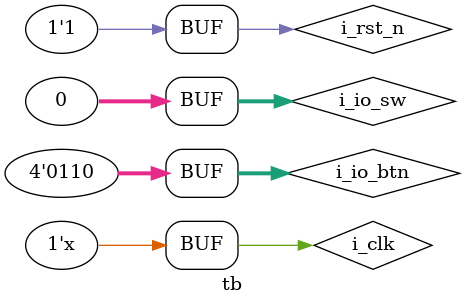
<source format=sv>
`timescale 1ns/1ps

module tb;

    logic i_clk;
    logic i_rst_n;
    logic [31:0] i_io_sw = 0;
    logic [3:0]  i_io_btn = 0;

    wrapper_processor uut (
        .i_clk(i_clk),
        .i_rst_n(i_rst_n),
        .i_io_sw(i_io_sw),
        .i_io_btn(i_io_btn),
        .o_io_ledr(),
        .o_io_ledg(),
        .o_io_hex0(),
        .o_io_hex1(),
        .o_io_hex2(),
        .o_io_hex3(),
        .o_io_hex4(),
        .o_io_hex5(),
        .o_io_hex6(),
        .o_io_hex7(),
        .o_io_lcd()
    );
	 
always #5 i_clk = ~i_clk;

initial begin
        i_clk = 0;
        i_rst_n = 0;
        i_io_sw = 32'd0;
        i_io_btn = 4'd0;

	#20 i_rst_n = 1;
	#1000;
        i_io_btn = 4'h8;
        #1000;
        i_io_btn = 4'h6;
	
    end
endmodule
</source>
